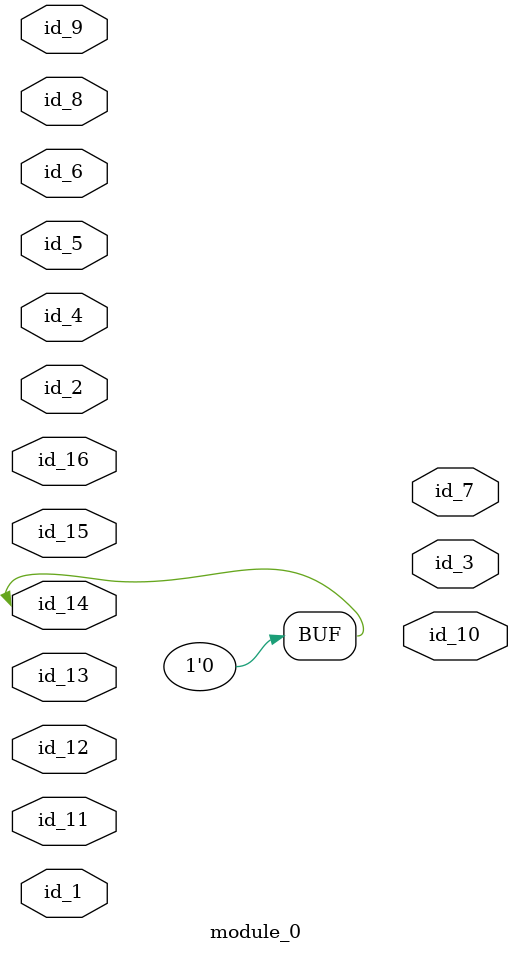
<source format=v>
module module_0 (
    id_1,
    id_2,
    id_3,
    id_4,
    id_5,
    id_6,
    id_7,
    id_8,
    id_9,
    id_10,
    id_11,
    id_12,
    id_13,
    id_14,
    id_15,
    id_16
);
  inout id_16;
  inout id_15;
  inout id_14;
  inout id_13;
  inout id_12;
  inout id_11;
  output id_10;
  input id_9;
  inout id_8;
  output id_7;
  input id_6;
  input id_5;
  input id_4;
  output id_3;
  input id_2;
  inout id_1;
  assign id_14 = 1'b0;
endmodule

</source>
